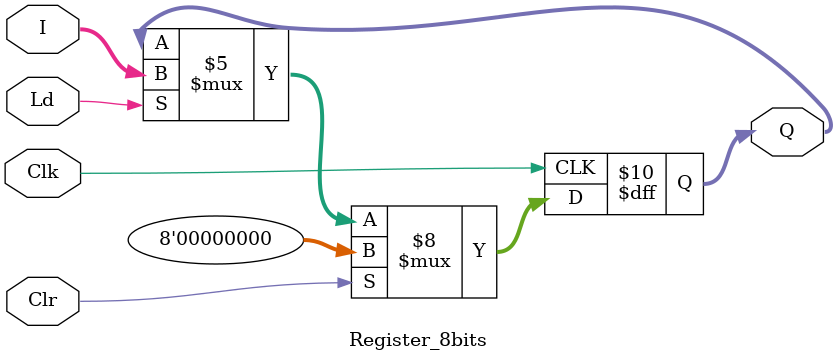
<source format=v>
`timescale 1ns / 1ps


module Register_8bits(Clk, Clr, Ld, I, Q);
 input Clk, Clr, Ld;
    input [7:0] I;
    output reg [7:0] Q;
    
   
    //write your code here
 always@(posedge Clk)
       begin
       if (Clr==1) begin
          Q<=0;
          end
          
        else if(Ld==1)begin
        Q<=I;
         end
         
         else 
         Q<=Q;
      end
endmodule

</source>
